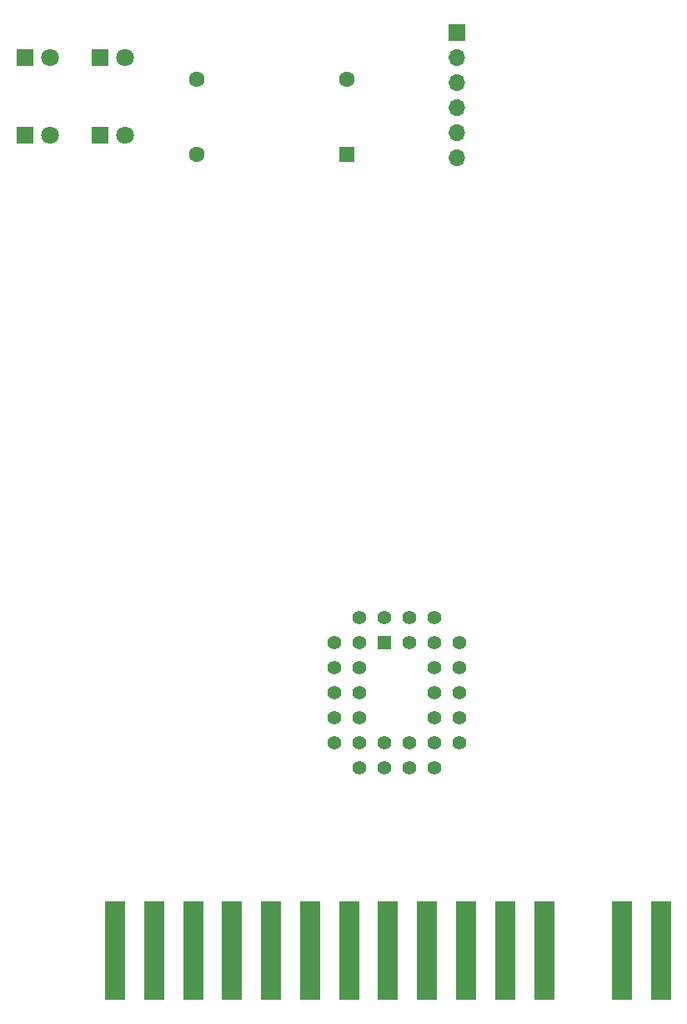
<source format=gbr>
%TF.GenerationSoftware,KiCad,Pcbnew,7.0.10*%
%TF.CreationDate,2024-03-10T15:16:21+01:00*%
%TF.ProjectId,port2-sdcard-interface,706f7274-322d-4736-9463-6172642d696e,rev1*%
%TF.SameCoordinates,Original*%
%TF.FileFunction,Soldermask,Top*%
%TF.FilePolarity,Negative*%
%FSLAX46Y46*%
G04 Gerber Fmt 4.6, Leading zero omitted, Abs format (unit mm)*
G04 Created by KiCad (PCBNEW 7.0.10) date 2024-03-10 15:16:21*
%MOMM*%
%LPD*%
G01*
G04 APERTURE LIST*
%ADD10R,1.800000X1.800000*%
%ADD11C,1.800000*%
%ADD12R,1.422400X1.422400*%
%ADD13C,1.422400*%
%ADD14R,1.700000X1.700000*%
%ADD15O,1.700000X1.700000*%
%ADD16R,2.000000X10.000000*%
%ADD17R,1.600000X1.600000*%
%ADD18C,1.600000*%
G04 APERTURE END LIST*
D10*
%TO.C,D1*%
X24760000Y-22225000D03*
D11*
X27300000Y-22225000D03*
%TD*%
D10*
%TO.C,D4*%
X32366000Y-30085000D03*
D11*
X34906000Y-30085000D03*
%TD*%
D10*
%TO.C,D3*%
X24746000Y-30085000D03*
D11*
X27286000Y-30085000D03*
%TD*%
D10*
%TO.C,D2*%
X32380000Y-22225000D03*
D11*
X34920000Y-22225000D03*
%TD*%
D12*
%TO.C,U15*%
X61195000Y-81520000D03*
D13*
X63735000Y-78980000D03*
X63735000Y-81520000D03*
X66275000Y-78980000D03*
X68815000Y-81520000D03*
X66275000Y-81520000D03*
X68815000Y-84060000D03*
X66275000Y-84060000D03*
X68815000Y-86600000D03*
X66275000Y-86600000D03*
X68815000Y-89140000D03*
X66275000Y-89140000D03*
X68815000Y-91680000D03*
X66275000Y-94220000D03*
X66275000Y-91680000D03*
X63735000Y-94220000D03*
X63735000Y-91680000D03*
X61195000Y-94220000D03*
X61195000Y-91680000D03*
X58655000Y-94220000D03*
X56115000Y-91680000D03*
X58655000Y-91680000D03*
X56115000Y-89140000D03*
X58655000Y-89140000D03*
X56115000Y-86600000D03*
X58655000Y-86600000D03*
X56115000Y-84060000D03*
X58655000Y-84060000D03*
X56115000Y-81520000D03*
X58655000Y-78980000D03*
X58655000Y-81520000D03*
X61195000Y-78980000D03*
%TD*%
D14*
%TO.C,J3*%
X68561000Y-19671000D03*
D15*
X68561000Y-22211000D03*
X68561000Y-24751000D03*
X68561000Y-27291000D03*
X68561000Y-29831000D03*
X68561000Y-32371000D03*
%TD*%
D16*
%TO.C,J2*%
X33875000Y-112776000D03*
X37835000Y-112776000D03*
X41795000Y-112776000D03*
X45755000Y-112776000D03*
X49715000Y-112776000D03*
X53675000Y-112776000D03*
X57635000Y-112776000D03*
X61595000Y-112776000D03*
X65555000Y-112776000D03*
X69515000Y-112776000D03*
X73475000Y-112776000D03*
X77435000Y-112776000D03*
X85369400Y-112776000D03*
X89315000Y-112776000D03*
%TD*%
D17*
%TO.C,X1*%
X57385000Y-31990000D03*
D18*
X42145000Y-31990000D03*
X42145000Y-24370000D03*
X57385000Y-24370000D03*
%TD*%
M02*

</source>
